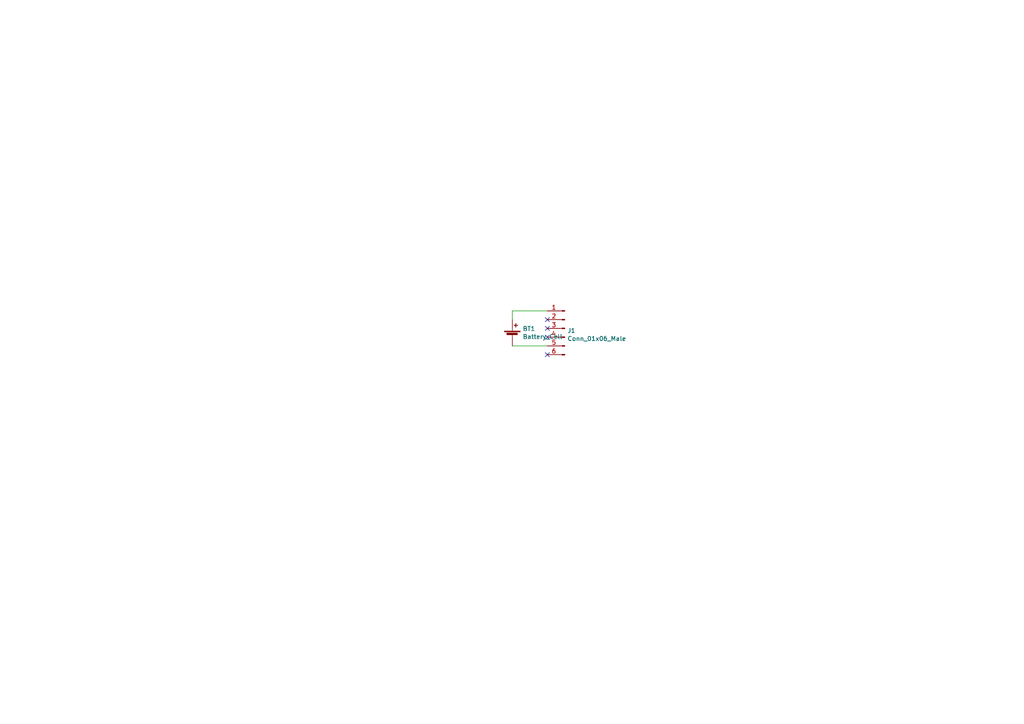
<source format=kicad_sch>
(kicad_sch (version 20211123) (generator eeschema)
  (paper "A4")
  (lib_symbols
    (symbol "Connector:Conn_01x06_Male" (pin_names (offset 1.016) hide)
      (property "Reference" "J" (at 0 7.62 0))
      (property "Value" "Conn_01x06_Male" (at 0 -10.16 0))
      (symbol "Conn_01x06_Male_1_1"
        (polyline (pts (xy 1.27 -7.62) (xy 0.8636 -7.62)) (stroke (width 0.1524)))
        (polyline (pts (xy 1.27 -5.08) (xy 0.8636 -5.08)) (stroke (width 0.1524)))
        (polyline (pts (xy 1.27 -2.54) (xy 0.8636 -2.54)) (stroke (width 0.1524)))
        (polyline (pts (xy 1.27 0) (xy 0.8636 0)) (stroke (width 0.1524)))
        (polyline (pts (xy 1.27 2.54) (xy 0.8636 2.54)) (stroke (width 0.1524)))
        (polyline (pts (xy 1.27 5.08) (xy 0.8636 5.08)) (stroke (width 0.1524)))
        (rectangle (start 0.8636 -7.493) (end 0 -7.747) (stroke (width 0.1524)) (fill (type outline)))
        (rectangle (start 0.8636 -4.953) (end 0 -5.207) (stroke (width 0.1524)) (fill (type outline)))
        (rectangle (start 0.8636 -2.413) (end 0 -2.667) (stroke (width 0.1524)) (fill (type outline)))
        (rectangle (start 0.8636 0.127) (end 0 -0.127) (stroke (width 0.1524)) (fill (type outline)))
        (rectangle (start 0.8636 2.667) (end 0 2.413) (stroke (width 0.1524)) (fill (type outline)))
        (rectangle (start 0.8636 5.207) (end 0 4.953) (stroke (width 0.1524)) (fill (type outline)))
        (pin passive line (at 5.08 5.08 180) (length 3.81) (name "Pin_1") (number "1"))
        (pin passive line (at 5.08 2.54 180) (length 3.81) (name "Pin_2") (number "2"))
        (pin passive line (at 5.08 0 180) (length 3.81) (name "Pin_3") (number "3"))
        (pin passive line (at 5.08 -2.54 180) (length 3.81) (name "Pin_4") (number "4"))
        (pin passive line (at 5.08 -5.08 180) (length 3.81) (name "Pin_5") (number "5"))
        (pin passive line (at 5.08 -7.62 180) (length 3.81) (name "Pin_6") (number "6"))
      )
    )
    (symbol "Device:Battery_Cell" (pin_numbers hide) (pin_names (offset 0) hide)
      (property "Reference" "BT" (at 2.54 2.54 0))
      (property "Value" "Battery_Cell" (at 2.54 0 0))
      (symbol "Battery_Cell_0_1"
        (rectangle (start -2.286 1.778) (end 2.286 1.524) (fill (type outline)))
        (rectangle (start -1.5748 1.1938) (end 1.4732 0.6858) (fill (type outline)))
        (polyline (pts (xy 0 0.762) (xy 0 0)))
        (polyline (pts (xy 0 1.778) (xy 0 2.54)))
        (polyline (pts (xy 0.508 3.429) (xy 1.524 3.429)) (stroke (width 0.254)))
        (polyline (pts (xy 1.016 3.937) (xy 1.016 2.921)) (stroke (width 0.254)))
      )
      (symbol "Battery_Cell_1_1"
        (pin passive line (at 0 5.08 270) (length 2.54) (name "+") (number "1"))
        (pin passive line (at 0 -2.54 90) (length 2.54) (name "-") (number "2"))
      )
    )
  )
  (no_connect (at 158.75 92.71))
  (no_connect (at 158.75 95.25))
  (no_connect (at 158.75 97.79))
  (no_connect (at 158.75 102.87))
  (wire (pts (xy 148.59 100.33) (xy 158.75 100.33)))
  (wire (pts (xy 148.59 90.17) (xy 158.75 90.17)))
  (wire (pts (xy 148.59 92.71) (xy 148.59 90.17)))
  (symbol (lib_id "Device:Battery_Cell") (at 148.59 97.79 0) (unit 1)
    (property "Reference" "BT1" (at 151.5872 95.3516 0) (effects (justify left)))
    (property "Value" "Battery_Cell" (at 151.5872 97.663 0) (effects (justify left)))
    (property "Footprint" "Battery:BatteryHolder_Keystone_103_1x20mm" (effects hide))
  )
  (symbol (lib_id "Connector:Conn_01x06_Male") (at 163.83 95.25 0) (mirror y) (unit 1)
    (property "Reference" "J1" (at 164.5412 95.9104 0) (effects (justify right)))
    (property "Value" "Conn_01x06_Male" (at 164.5412 98.2218 0) (effects (justify right)))
    (property "Footprint" "Connector_PinHeader_2.54mm:PinHeader_2x03_P2.54mm_Vertical_SMD" (effects hide))
  )
)
</source>
